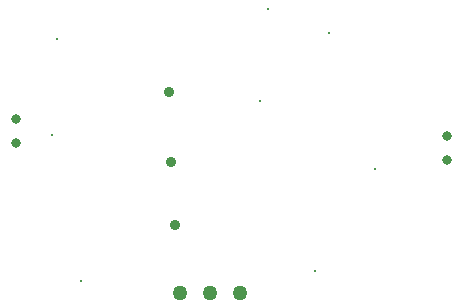
<source format=gbr>
%TF.GenerationSoftware,KiCad,Pcbnew,8.0.1*%
%TF.CreationDate,2024-11-21T22:20:50+00:00*%
%TF.ProjectId,Heating Element,48656174-696e-4672-9045-6c656d656e74,1*%
%TF.SameCoordinates,Original*%
%TF.FileFunction,Plated,1,2,PTH,Drill*%
%TF.FilePolarity,Positive*%
%FSLAX46Y46*%
G04 Gerber Fmt 4.6, Leading zero omitted, Abs format (unit mm)*
G04 Created by KiCad (PCBNEW 8.0.1) date 2024-11-21 22:20:50*
%MOMM*%
%LPD*%
G01*
G04 APERTURE LIST*
%TA.AperFunction,ViaDrill*%
%ADD10C,0.300000*%
%TD*%
%TA.AperFunction,ComponentDrill*%
%ADD11C,0.800000*%
%TD*%
%TA.AperFunction,ComponentDrill*%
%ADD12C,0.900000*%
%TD*%
%TA.AperFunction,ComponentDrill*%
%ADD13C,1.270000*%
%TD*%
G04 APERTURE END LIST*
D10*
X102623700Y-95987200D03*
X103041800Y-87849200D03*
X105094600Y-108394600D03*
X120266500Y-93123700D03*
X120951300Y-85345000D03*
X124896300Y-107505500D03*
X126044800Y-87396700D03*
X129946400Y-98850700D03*
D11*
%TO.C,J1*%
X99560000Y-94680000D03*
X99560000Y-96680000D03*
%TO.C,J2*%
X136042400Y-96129600D03*
X136042400Y-98129600D03*
D12*
%TO.C,TP1*%
X112530000Y-92400000D03*
%TO.C,TP2*%
X112680000Y-98310000D03*
%TO.C,TP3*%
X113050000Y-103620000D03*
D13*
%TO.C,U1*%
X113460000Y-109400000D03*
X116000000Y-109400000D03*
X118540000Y-109400000D03*
M02*

</source>
